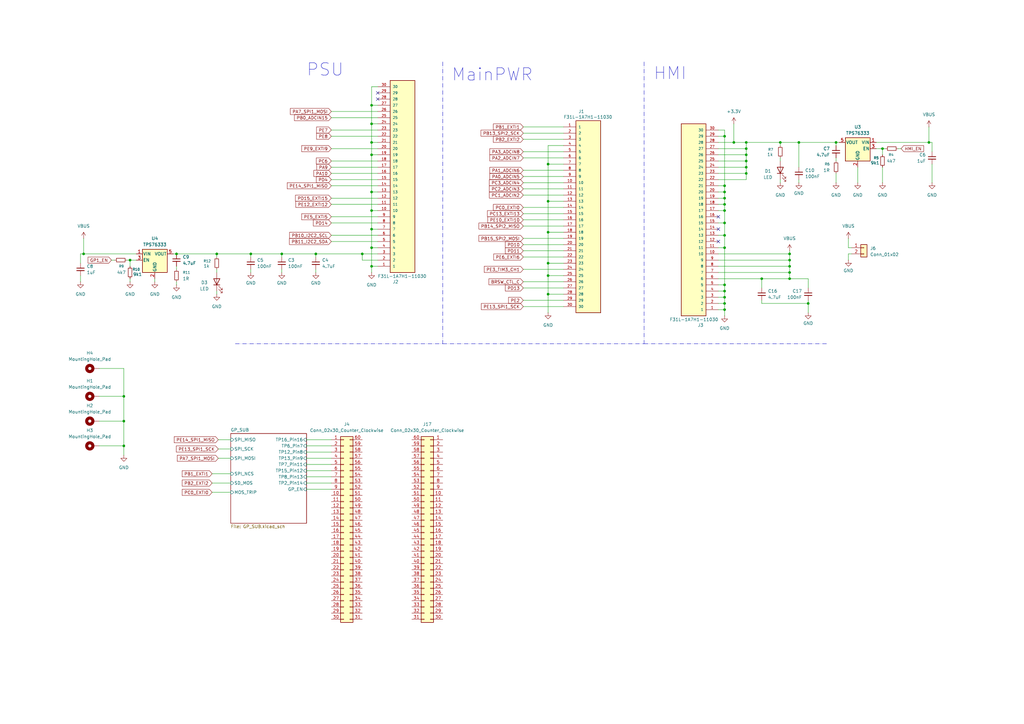
<source format=kicad_sch>
(kicad_sch (version 20250114) (generator "eeschema") (generator_version "9.0")
  (paper "A3")
  (lib_symbols
    (symbol "C_Small_1" (pin_numbers (hide yes)) (pin_names (offset 0.254) (hide yes))
      (property "Reference" "C" (at 0.254 1.778 0))
      (property "Value" "C_Small" (at 0.254 -2.032 0))
      (symbol "C_Small_1_1_1"
        (pin passive line (at 0 2.54 270) (length 2.032) (name "~") (number "1"))
        (pin passive line (at 0 -2.54 90) (length 2.032) (name "~") (number "2"))
      )
    )
    (symbol "Connector_Generic:Conn_01x02" (pin_names (offset 1.016) (hide yes))
      (property "Reference" "J" (at 0 2.54 0))
      (property "Value" "Conn_01x02" (at 0 -5.08 0))
      (symbol "Conn_01x02_1_1"
        (pin passive line (at -5.08 0 0) (length 3.81) (name "Pin_1") (number "1"))
        (pin passive line (at -5.08 -2.54 0) (length 3.81) (name "Pin_2") (number "2"))
      )
    )
    (symbol "Connector_Generic:Conn_02x30_Counter_Clockwise" (pin_names (offset 1.016) (hide yes))
      (property "Reference" "J" (at 1.27 38.1 0))
      (property "Value" "Conn_02x30_Counter_Clockwise" (at 1.27 -40.64 0))
      (symbol "Conn_02x30_Counter_Clockwise_1_1"
        (pin passive line (at -5.08 35.56 0) (length 3.81) (name "Pin_1") (number "1"))
        (pin passive line (at -5.08 33.02 0) (length 3.81) (name "Pin_2") (number "2"))
        (pin passive line (at -5.08 30.48 0) (length 3.81) (name "Pin_3") (number "3"))
        (pin passive line (at -5.08 27.94 0) (length 3.81) (name "Pin_4") (number "4"))
        (pin passive line (at -5.08 25.4 0) (length 3.81) (name "Pin_5") (number "5"))
        (pin passive line (at -5.08 22.86 0) (length 3.81) (name "Pin_6") (number "6"))
        (pin passive line (at -5.08 20.32 0) (length 3.81) (name "Pin_7") (number "7"))
        (pin passive line (at -5.08 17.78 0) (length 3.81) (name "Pin_8") (number "8"))
        (pin passive line (at -5.08 15.24 0) (length 3.81) (name "Pin_9") (number "9"))
        (pin passive line (at -5.08 12.7 0) (length 3.81) (name "Pin_10") (number "10"))
        (pin passive line (at -5.08 10.16 0) (length 3.81) (name "Pin_11") (number "11"))
        (pin passive line (at -5.08 7.62 0) (length 3.81) (name "Pin_12") (number "12"))
        (pin passive line (at -5.08 5.08 0) (length 3.81) (name "Pin_13") (number "13"))
        (pin passive line (at -5.08 2.54 0) (length 3.81) (name "Pin_14") (number "14"))
        (pin passive line (at -5.08 0 0) (length 3.81) (name "Pin_15") (number "15"))
        (pin passive line (at -5.08 -2.54 0) (length 3.81) (name "Pin_16") (number "16"))
        (pin passive line (at -5.08 -5.08 0) (length 3.81) (name "Pin_17") (number "17"))
        (pin passive line (at -5.08 -7.62 0) (length 3.81) (name "Pin_18") (number "18"))
        (pin passive line (at -5.08 -10.16 0) (length 3.81) (name "Pin_19") (number "19"))
        (pin passive line (at -5.08 -12.7 0) (length 3.81) (name "Pin_20") (number "20"))
        (pin passive line (at -5.08 -15.24 0) (length 3.81) (name "Pin_21") (number "21"))
        (pin passive line (at -5.08 -17.78 0) (length 3.81) (name "Pin_22") (number "22"))
        (pin passive line (at -5.08 -20.32 0) (length 3.81) (name "Pin_23") (number "23"))
        (pin passive line (at -5.08 -22.86 0) (length 3.81) (name "Pin_24") (number "24"))
        (pin passive line (at -5.08 -25.4 0) (length 3.81) (name "Pin_25") (number "25"))
        (pin passive line (at -5.08 -27.94 0) (length 3.81) (name "Pin_26") (number "26"))
        (pin passive line (at -5.08 -30.48 0) (length 3.81) (name "Pin_27") (number "27"))
        (pin passive line (at -5.08 -33.02 0) (length 3.81) (name "Pin_28") (number "28"))
        (pin passive line (at -5.08 -35.56 0) (length 3.81) (name "Pin_29") (number "29"))
        (pin passive line (at -5.08 -38.1 0) (length 3.81) (name "Pin_30") (number "30"))
        (pin passive line (at 7.62 35.56 180) (length 3.81) (name "Pin_60") (number "60"))
        (pin passive line (at 7.62 33.02 180) (length 3.81) (name "Pin_59") (number "59"))
        (pin passive line (at 7.62 30.48 180) (length 3.81) (name "Pin_58") (number "58"))
        (pin passive line (at 7.62 27.94 180) (length 3.81) (name "Pin_57") (number "57"))
        (pin passive line (at 7.62 25.4 180) (length 3.81) (name "Pin_56") (number "56"))
        (pin passive line (at 7.62 22.86 180) (length 3.81) (name "Pin_55") (number "55"))
        (pin passive line (at 7.62 20.32 180) (length 3.81) (name "Pin_54") (number "54"))
        (pin passive line (at 7.62 17.78 180) (length 3.81) (name "Pin_53") (number "53"))
        (pin passive line (at 7.62 15.24 180) (length 3.81) (name "Pin_52") (number "52"))
        (pin passive line (at 7.62 12.7 180) (length 3.81) (name "Pin_51") (number "51"))
        (pin passive line (at 7.62 10.16 180) (length 3.81) (name "Pin_50") (number "50"))
        (pin passive line (at 7.62 7.62 180) (length 3.81) (name "Pin_49") (number "49"))
        (pin passive line (at 7.62 5.08 180) (length 3.81) (name "Pin_48") (number "48"))
        (pin passive line (at 7.62 2.54 180) (length 3.81) (name "Pin_47") (number "47"))
        (pin passive line (at 7.62 0 180) (length 3.81) (name "Pin_46") (number "46"))
        (pin passive line (at 7.62 -2.54 180) (length 3.81) (name "Pin_45") (number "45"))
        (pin passive line (at 7.62 -5.08 180) (length 3.81) (name "Pin_44") (number "44"))
        (pin passive line (at 7.62 -7.62 180) (length 3.81) (name "Pin_43") (number "43"))
        (pin passive line (at 7.62 -10.16 180) (length 3.81) (name "Pin_42") (number "42"))
        (pin passive line (at 7.62 -12.7 180) (length 3.81) (name "Pin_41") (number "41"))
        (pin passive line (at 7.62 -15.24 180) (length 3.81) (name "Pin_40") (number "40"))
        (pin passive line (at 7.62 -17.78 180) (length 3.81) (name "Pin_39") (number "39"))
        (pin passive line (at 7.62 -20.32 180) (length 3.81) (name "Pin_38") (number "38"))
        (pin passive line (at 7.62 -22.86 180) (length 3.81) (name "Pin_37") (number "37"))
        (pin passive line (at 7.62 -25.4 180) (length 3.81) (name "Pin_36") (number "36"))
        (pin passive line (at 7.62 -27.94 180) (length 3.81) (name "Pin_35") (number "35"))
        (pin passive line (at 7.62 -30.48 180) (length 3.81) (name "Pin_34") (number "34"))
        (pin passive line (at 7.62 -33.02 180) (length 3.81) (name "Pin_33") (number "33"))
        (pin passive line (at 7.62 -35.56 180) (length 3.81) (name "Pin_32") (number "32"))
        (pin passive line (at 7.62 -38.1 180) (length 3.81) (name "Pin_31") (number "31"))
      )
    )
    (symbol "Device:C_Small" (pin_numbers (hide yes)) (pin_names (offset 0.254) (hide yes))
      (property "Reference" "C" (at 0.254 1.778 0))
      (property "Value" "C_Small" (at 0.254 -2.032 0))
      (symbol "C_Small_1_1"
        (pin passive line (at 0 2.54 270) (length 2.032) (name "~") (number "1"))
        (pin passive line (at 0 -2.54 90) (length 2.032) (name "~") (number "2"))
      )
    )
    (symbol "Device:LED" (pin_numbers (hide yes)) (pin_names (offset 1.016) (hide yes))
      (property "Reference" "D" (at 0 2.54 0))
      (property "Value" "LED" (at 0 -2.54 0))
      (symbol "LED_1_1"
        (pin passive line (at -3.81 0 0) (length 2.54) (name "K") (number "1"))
        (pin passive line (at 3.81 0 180) (length 2.54) (name "A") (number "2"))
      )
    )
    (symbol "Device:R_Small" (pin_numbers (hide yes)) (pin_names (offset 0.254) (hide yes))
      (property "Reference" "R" (at 0 0 90))
      (property "Value" "R_Small" (at 1.778 0 90))
      (symbol "R_Small_1_1"
        (pin passive line (at 0 2.54 270) (length 0.762) (name "~") (number "1"))
        (pin passive line (at 0 -2.54 90) (length 0.762) (name "~") (number "2"))
      )
    )
    (symbol "F31L-1A7H1-11030:F31L-1A7H1-11030" (pin_names (offset 1.016))
      (property "Reference" "J" (at -5.08 38.862 0))
      (property "Value" "F31L-1A7H1-11030" (at -5.08 -43.18 0))
      (symbol "F31L-1A7H1-11030_0_0"
        (pin passive line (at -10.16 35.56 0) (length 5.08) (name "1") (number "1"))
        (pin passive line (at -10.16 33.02 0) (length 5.08) (name "2") (number "2"))
        (pin passive line (at -10.16 30.48 0) (length 5.08) (name "3") (number "3"))
        (pin passive line (at -10.16 27.94 0) (length 5.08) (name "4") (number "4"))
        (pin passive line (at -10.16 25.4 0) (length 5.08) (name "5") (number "5"))
        (pin passive line (at -10.16 22.86 0) (length 5.08) (name "6") (number "6"))
        (pin passive line (at -10.16 20.32 0) (length 5.08) (name "7") (number "7"))
        (pin passive line (at -10.16 17.78 0) (length 5.08) (name "8") (number "8"))
        (pin passive line (at -10.16 15.24 0) (length 5.08) (name "9") (number "9"))
        (pin passive line (at -10.16 12.7 0) (length 5.08) (name "10") (number "10"))
        (pin passive line (at -10.16 10.16 0) (length 5.08) (name "11") (number "11"))
        (pin passive line (at -10.16 7.62 0) (length 5.08) (name "12") (number "12"))
        (pin passive line (at -10.16 5.08 0) (length 5.08) (name "13") (number "13"))
        (pin passive line (at -10.16 2.54 0) (length 5.08) (name "14") (number "14"))
        (pin passive line (at -10.16 0 0) (length 5.08) (name "15") (number "15"))
        (pin passive line (at -10.16 -2.54 0) (length 5.08) (name "16") (number "16"))
        (pin passive line (at -10.16 -5.08 0) (length 5.08) (name "17") (number "17"))
        (pin passive line (at -10.16 -7.62 0) (length 5.08) (name "18") (number "18"))
        (pin passive line (at -10.16 -10.16 0) (length 5.08) (name "19") (number "19"))
        (pin passive line (at -10.16 -12.7 0) (length 5.08) (name "20") (number "20"))
        (pin passive line (at -10.16 -15.24 0) (length 5.08) (name "21") (number "21"))
        (pin passive line (at -10.16 -17.78 0) (length 5.08) (name "22") (number "22"))
        (pin passive line (at -10.16 -20.32 0) (length 5.08) (name "23") (number "23"))
        (pin passive line (at -10.16 -22.86 0) (length 5.08) (name "24") (number "24"))
        (pin passive line (at -10.16 -25.4 0) (length 5.08) (name "25") (number "25"))
        (pin passive line (at -10.16 -27.94 0) (length 5.08) (name "26") (number "26"))
        (pin passive line (at -10.16 -30.48 0) (length 5.08) (name "27") (number "27"))
        (pin passive line (at -10.16 -33.02 0) (length 5.08) (name "28") (number "28"))
        (pin passive line (at -10.16 -35.56 0) (length 5.08) (name "29") (number "29"))
        (pin passive line (at -10.16 -38.1 0) (length 5.08) (name "30") (number "30"))
      )
    )
    (symbol "Mechanical:MountingHole_Pad" (pin_numbers (hide yes)) (pin_names (offset 1.016) (hide yes)) (in_bom no)
      (property "Reference" "H" (at 0 6.35 0))
      (property "Value" "MountingHole_Pad" (at 0 4.445 0))
      (symbol "MountingHole_Pad_1_1"
        (pin input line (at 0 -2.54 90) (length 2.54) (name "1") (number "1"))
      )
    )
    (symbol "Regulator_Linear:TPS76333" (pin_names (offset 0.254))
      (property "Reference" "U" (at -3.81 5.715 0))
      (property "Value" "TPS76333" (at 0 5.715 0))
      (symbol "TPS76333_1_1"
        (pin power_in line (at -7.62 2.54 0) (length 2.54) (name "VIN") (number "1"))
        (pin input line (at -7.62 0 0) (length 2.54) (name "EN") (number "3"))
        (pin power_in line (at 0 -7.62 90) (length 2.54) (name "GND") (number "2"))
        (pin no_connect line (at 5.08 0 180) (length 2.54) (hide yes) (name "NC") (number "4"))
        (pin power_out line (at 7.62 2.54 180) (length 2.54) (name "VOUT") (number "5"))
      )
    )
    (symbol "power:+3.3V" (power) (pin_numbers (hide yes)) (pin_names (offset 0) (hide yes))
      (property "Value" "+3.3V" (at 0 3.556 0))
      (symbol "+3.3V_1_1"
        (pin power_in line (at 0 0 90) (length 0) (name "~") (number "1"))
      )
    )
    (symbol "power:GND" (power) (pin_numbers (hide yes)) (pin_names (offset 0) (hide yes))
      (property "Value" "GND" (at 0 -3.81 0))
      (symbol "GND_1_1"
        (pin power_in line (at 0 0 270) (length 0) (name "~") (number "1"))
      )
    )
    (symbol "power:VBUS" (power) (pin_numbers (hide yes)) (pin_names (offset 0) (hide yes))
      (property "Value" "VBUS" (at 0 3.556 0))
      (symbol "VBUS_1_1"
        (pin power_in line (at 0 0 90) (length 0) (name "~") (number "1"))
      )
    )
  )
  (text "MainPWR" (at 201.93 30.734 0) (effects (font (size 5.08 5.08))))
  (text "HMI" (at 274.828 30.226 0) (effects (font (size 5.08 5.08))))
  (text "PSU" (at 133.35 28.702 0) (effects (font (size 5.08 5.08))))
  (junction (at 102.87 104.14))
  (junction (at 306.07 60.96))
  (junction (at 34.29 104.14))
  (junction (at 50.8 172.72))
  (junction (at 297.18 76.2))
  (junction (at 331.47 124.46))
  (junction (at 320.04 58.42))
  (junction (at 152.4 43.18))
  (junction (at 224.79 120.65))
  (junction (at 88.9 104.14))
  (junction (at 224.79 107.95))
  (junction (at 224.79 82.55))
  (junction (at 297.18 91.44))
  (junction (at 224.79 95.25))
  (junction (at 297.18 116.84))
  (junction (at 129.54 104.14))
  (junction (at 306.07 68.58))
  (junction (at 297.18 55.88))
  (junction (at 381 58.42))
  (junction (at 152.4 93.98))
  (junction (at 50.8 162.56))
  (junction (at 224.79 67.31))
  (junction (at 297.18 86.36))
  (junction (at 297.18 81.28))
  (junction (at 327.66 58.42))
  (junction (at 306.07 66.04))
  (junction (at 53.34 106.68))
  (junction (at 224.79 113.03))
  (junction (at 297.18 119.38))
  (junction (at 306.07 63.5))
  (junction (at 297.18 121.92))
  (junction (at 323.85 114.3))
  (junction (at 152.4 109.22))
  (junction (at 148.59 104.14))
  (junction (at 152.4 86.36))
  (junction (at 152.4 58.42))
  (junction (at 361.95 60.96))
  (junction (at 152.4 50.8))
  (junction (at 297.18 96.52))
  (junction (at 115.57 104.14))
  (junction (at 152.4 101.6))
  (junction (at 323.85 104.14))
  (junction (at 72.39 104.14))
  (junction (at 306.07 71.12))
  (junction (at 152.4 78.74))
  (junction (at 323.85 106.68))
  (junction (at 342.9 58.42))
  (junction (at 297.18 78.74))
  (junction (at 323.85 111.76))
  (junction (at 300.99 58.42))
  (junction (at 297.18 124.46))
  (junction (at 306.07 58.42))
  (junction (at 297.18 101.6))
  (junction (at 152.4 63.5))
  (junction (at 50.8 182.88))
  (junction (at 297.18 127))
  (junction (at 312.42 114.3))
  (junction (at 297.18 83.82))
  (junction (at 323.85 109.22))
  (no_connect (at 154.94 40.64))
  (no_connect (at 294.64 99.06))
  (no_connect (at 294.64 88.9))
  (no_connect (at 154.94 38.1))
  (no_connect (at 294.64 93.98))
  (polyline (pts (xy 264.16 25.4) (xy 264.16 140.97)) (stroke (width 0) (type dash_dot)))
  (wire (pts (xy 214.63 125.73) (xy 231.14 125.73)))
  (wire (pts (xy 351.79 68.58) (xy 351.79 74.93)))
  (wire (pts (xy 214.63 74.93) (xy 231.14 74.93)))
  (wire (pts (xy 152.4 50.8) (xy 152.4 58.42)))
  (wire (pts (xy 53.34 106.68) (xy 55.88 106.68)))
  (wire (pts (xy 152.4 111.76) (xy 152.4 109.22)))
  (wire (pts (xy 154.94 43.18) (xy 152.4 43.18)))
  (wire (pts (xy 320.04 58.42) (xy 320.04 59.69)))
  (wire (pts (xy 294.64 86.36) (xy 297.18 86.36)))
  (wire (pts (xy 349.25 101.6) (xy 347.98 101.6)))
  (wire (pts (xy 152.4 101.6) (xy 152.4 109.22)))
  (wire (pts (xy 224.79 95.25) (xy 224.79 107.95)))
  (wire (pts (xy 72.39 104.14) (xy 71.12 104.14)))
  (wire (pts (xy 50.8 182.88) (xy 50.8 186.69)))
  (wire (pts (xy 50.8 151.13) (xy 50.8 162.56)))
  (wire (pts (xy 50.8 172.72) (xy 50.8 182.88)))
  (wire (pts (xy 294.64 121.92) (xy 297.18 121.92)))
  (wire (pts (xy 327.66 68.58) (xy 327.66 58.42)))
  (wire (pts (xy 152.4 63.5) (xy 152.4 78.74)))
  (wire (pts (xy 125.73 198.12) (xy 135.89 198.12)))
  (wire (pts (xy 135.89 60.96) (xy 154.94 60.96)))
  (wire (pts (xy 89.535 180.34) (xy 94.615 180.34)))
  (wire (pts (xy 306.07 60.96) (xy 294.64 60.96)))
  (wire (pts (xy 86.995 198.12) (xy 94.615 198.12)))
  (wire (pts (xy 72.39 109.22) (xy 72.39 110.49)))
  (wire (pts (xy 40.64 162.56) (xy 50.8 162.56)))
  (wire (pts (xy 135.89 96.52) (xy 154.94 96.52)))
  (wire (pts (xy 331.47 124.46) (xy 331.47 128.27)))
  (wire (pts (xy 294.64 53.34) (xy 297.18 53.34)))
  (wire (pts (xy 214.63 110.49) (xy 231.14 110.49)))
  (wire (pts (xy 34.29 97.79) (xy 34.29 104.14)))
  (wire (pts (xy 214.63 54.61) (xy 231.14 54.61)))
  (wire (pts (xy 297.18 116.84) (xy 297.18 119.38)))
  (polyline (pts (xy 181.61 140.97) (xy 264.16 140.97)) (stroke (width 0) (type dash_dot)))
  (wire (pts (xy 306.07 60.96) (xy 306.07 63.5)))
  (wire (pts (xy 40.64 182.88) (xy 50.8 182.88)))
  (wire (pts (xy 86.995 201.93) (xy 94.615 201.93)))
  (wire (pts (xy 294.64 119.38) (xy 297.18 119.38)))
  (wire (pts (xy 331.47 123.19) (xy 331.47 124.46)))
  (wire (pts (xy 323.85 109.22) (xy 323.85 111.76)))
  (wire (pts (xy 294.64 83.82) (xy 297.18 83.82)))
  (wire (pts (xy 135.89 68.58) (xy 154.94 68.58)))
  (wire (pts (xy 50.8 162.56) (xy 50.8 172.72)))
  (wire (pts (xy 102.87 110.49) (xy 102.87 111.76)))
  (wire (pts (xy 63.5 114.3) (xy 63.5 115.57)))
  (wire (pts (xy 152.4 58.42) (xy 152.4 63.5)))
  (wire (pts (xy 125.73 190.5) (xy 135.89 190.5)))
  (wire (pts (xy 214.63 80.01) (xy 231.14 80.01)))
  (wire (pts (xy 135.89 73.66) (xy 154.94 73.66)))
  (wire (pts (xy 125.73 193.04) (xy 135.89 193.04)))
  (polyline (pts (xy 181.61 25.4) (xy 181.61 140.97)) (stroke (width 0) (type dash_dot)))
  (wire (pts (xy 72.39 115.57) (xy 72.39 116.84)))
  (wire (pts (xy 323.85 114.3) (xy 331.47 114.3)))
  (polyline (pts (xy 96.52 140.97) (xy 181.61 140.97)) (stroke (width 0) (type dash_dot)))
  (wire (pts (xy 342.9 71.12) (xy 342.9 74.93)))
  (wire (pts (xy 231.14 113.03) (xy 224.79 113.03)))
  (wire (pts (xy 323.85 102.87) (xy 323.85 104.14)))
  (wire (pts (xy 125.73 185.42) (xy 135.89 185.42)))
  (wire (pts (xy 231.14 95.25) (xy 224.79 95.25)))
  (wire (pts (xy 125.73 200.66) (xy 135.89 200.66)))
  (wire (pts (xy 231.14 67.31) (xy 224.79 67.31)))
  (wire (pts (xy 294.64 114.3) (xy 312.42 114.3)))
  (wire (pts (xy 115.57 104.14) (xy 129.54 104.14)))
  (wire (pts (xy 294.64 127) (xy 297.18 127)))
  (wire (pts (xy 306.07 58.42) (xy 320.04 58.42)))
  (wire (pts (xy 294.64 101.6) (xy 297.18 101.6)))
  (wire (pts (xy 135.89 99.06) (xy 154.94 99.06)))
  (wire (pts (xy 52.07 106.68) (xy 53.34 106.68)))
  (wire (pts (xy 53.34 106.68) (xy 53.34 109.22)))
  (wire (pts (xy 312.42 114.3) (xy 312.42 118.11)))
  (wire (pts (xy 381 58.42) (xy 359.41 58.42)))
  (wire (pts (xy 224.79 120.65) (xy 231.14 120.65)))
  (wire (pts (xy 88.9 120.65) (xy 88.9 119.38)))
  (wire (pts (xy 152.4 93.98) (xy 152.4 101.6)))
  (wire (pts (xy 224.79 107.95) (xy 224.79 113.03)))
  (wire (pts (xy 294.64 111.76) (xy 323.85 111.76)))
  (wire (pts (xy 154.94 35.56) (xy 152.4 35.56)))
  (wire (pts (xy 154.94 86.36) (xy 152.4 86.36)))
  (wire (pts (xy 154.94 104.14) (xy 148.59 104.14)))
  (wire (pts (xy 125.73 195.58) (xy 135.89 195.58)))
  (wire (pts (xy 129.54 104.14) (xy 148.59 104.14)))
  (wire (pts (xy 297.18 121.92) (xy 297.18 124.46)))
  (wire (pts (xy 214.63 118.11) (xy 231.14 118.11)))
  (wire (pts (xy 297.18 127) (xy 297.18 129.54)))
  (wire (pts (xy 88.9 111.76) (xy 88.9 110.49)))
  (wire (pts (xy 125.73 182.88) (xy 135.89 182.88)))
  (wire (pts (xy 294.64 55.88) (xy 297.18 55.88)))
  (wire (pts (xy 135.89 66.04) (xy 154.94 66.04)))
  (wire (pts (xy 294.64 76.2) (xy 297.18 76.2)))
  (wire (pts (xy 115.57 104.14) (xy 115.57 105.41)))
  (wire (pts (xy 297.18 119.38) (xy 297.18 121.92)))
  (wire (pts (xy 297.18 76.2) (xy 297.18 78.74)))
  (wire (pts (xy 294.64 106.68) (xy 323.85 106.68)))
  (wire (pts (xy 214.63 85.09) (xy 231.14 85.09)))
  (wire (pts (xy 86.995 194.31) (xy 94.615 194.31)))
  (wire (pts (xy 300.99 58.42) (xy 306.07 58.42)))
  (wire (pts (xy 320.04 74.93) (xy 320.04 73.66)))
  (wire (pts (xy 214.63 100.33) (xy 231.14 100.33)))
  (wire (pts (xy 297.18 81.28) (xy 297.18 83.82)))
  (wire (pts (xy 312.42 124.46) (xy 331.47 124.46)))
  (wire (pts (xy 154.94 50.8) (xy 152.4 50.8)))
  (wire (pts (xy 297.18 96.52) (xy 297.18 101.6)))
  (wire (pts (xy 306.07 71.12) (xy 306.07 73.66)))
  (wire (pts (xy 231.14 82.55) (xy 224.79 82.55)))
  (wire (pts (xy 231.14 107.95) (xy 224.79 107.95)))
  (wire (pts (xy 294.64 71.12) (xy 306.07 71.12)))
  (wire (pts (xy 320.04 58.42) (xy 327.66 58.42)))
  (wire (pts (xy 306.07 66.04) (xy 306.07 68.58)))
  (wire (pts (xy 361.95 60.96) (xy 361.95 63.5)))
  (wire (pts (xy 214.63 92.71) (xy 231.14 92.71)))
  (wire (pts (xy 347.98 101.6) (xy 347.98 97.79)))
  (wire (pts (xy 154.94 93.98) (xy 152.4 93.98)))
  (wire (pts (xy 294.64 104.14) (xy 323.85 104.14)))
  (wire (pts (xy 297.18 83.82) (xy 297.18 86.36)))
  (wire (pts (xy 214.63 77.47) (xy 231.14 77.47)))
  (wire (pts (xy 224.79 120.65) (xy 224.79 128.27)))
  (wire (pts (xy 297.18 53.34) (xy 297.18 55.88)))
  (wire (pts (xy 33.02 107.95) (xy 33.02 104.14)))
  (wire (pts (xy 214.63 87.63) (xy 231.14 87.63)))
  (wire (pts (xy 40.64 151.13) (xy 50.8 151.13)))
  (wire (pts (xy 154.94 63.5) (xy 152.4 63.5)))
  (wire (pts (xy 152.4 86.36) (xy 152.4 93.98)))
  (wire (pts (xy 214.63 115.57) (xy 231.14 115.57)))
  (wire (pts (xy 135.89 76.2) (xy 154.94 76.2)))
  (wire (pts (xy 342.9 59.69) (xy 342.9 58.42)))
  (wire (pts (xy 327.66 58.42) (xy 342.9 58.42)))
  (wire (pts (xy 347.98 106.68) (xy 347.98 104.14)))
  (wire (pts (xy 312.42 114.3) (xy 323.85 114.3)))
  (wire (pts (xy 88.9 104.14) (xy 102.87 104.14)))
  (wire (pts (xy 369.57 60.96) (xy 368.3 60.96)))
  (wire (pts (xy 135.89 71.12) (xy 154.94 71.12)))
  (wire (pts (xy 323.85 104.14) (xy 323.85 106.68)))
  (wire (pts (xy 363.22 60.96) (xy 361.95 60.96)))
  (wire (pts (xy 214.63 90.17) (xy 231.14 90.17)))
  (wire (pts (xy 294.64 81.28) (xy 297.18 81.28)))
  (wire (pts (xy 297.18 101.6) (xy 297.18 116.84)))
  (wire (pts (xy 125.73 180.34) (xy 135.89 180.34)))
  (wire (pts (xy 129.54 110.49) (xy 129.54 111.76)))
  (wire (pts (xy 135.89 55.88) (xy 154.94 55.88)))
  (wire (pts (xy 306.07 68.58) (xy 306.07 71.12)))
  (wire (pts (xy 40.64 172.72) (xy 50.8 172.72)))
  (wire (pts (xy 135.89 91.44) (xy 154.94 91.44)))
  (wire (pts (xy 45.72 106.68) (xy 46.99 106.68)))
  (wire (pts (xy 214.63 105.41) (xy 231.14 105.41)))
  (wire (pts (xy 214.63 97.79) (xy 231.14 97.79)))
  (wire (pts (xy 214.63 64.77) (xy 231.14 64.77)))
  (wire (pts (xy 294.64 96.52) (xy 297.18 96.52)))
  (wire (pts (xy 320.04 66.04) (xy 320.04 64.77)))
  (wire (pts (xy 224.79 59.69) (xy 224.79 67.31)))
  (wire (pts (xy 224.79 82.55) (xy 224.79 95.25)))
  (wire (pts (xy 297.18 78.74) (xy 297.18 81.28)))
  (wire (pts (xy 89.535 187.96) (xy 94.615 187.96)))
  (wire (pts (xy 323.85 106.68) (xy 323.85 109.22)))
  (wire (pts (xy 154.94 78.74) (xy 152.4 78.74)))
  (wire (pts (xy 152.4 109.22) (xy 154.94 109.22)))
  (wire (pts (xy 294.64 109.22) (xy 323.85 109.22)))
  (wire (pts (xy 214.63 57.15) (xy 231.14 57.15)))
  (wire (pts (xy 294.64 124.46) (xy 297.18 124.46)))
  (wire (pts (xy 34.29 104.14) (xy 55.88 104.14)))
  (wire (pts (xy 331.47 118.11) (xy 331.47 114.3)))
  (polyline (pts (xy 264.16 140.97) (xy 339.09 140.97)) (stroke (width 0) (type dash_dot)))
  (wire (pts (xy 135.89 88.9) (xy 154.94 88.9)))
  (wire (pts (xy 125.73 187.96) (xy 135.89 187.96)))
  (wire (pts (xy 323.85 111.76) (xy 323.85 114.3)))
  (wire (pts (xy 214.63 102.87) (xy 231.14 102.87)))
  (wire (pts (xy 294.64 68.58) (xy 306.07 68.58)))
  (wire (pts (xy 102.87 104.14) (xy 115.57 104.14)))
  (wire (pts (xy 89.535 184.15) (xy 94.615 184.15)))
  (wire (pts (xy 361.95 60.96) (xy 359.41 60.96)))
  (wire (pts (xy 361.95 68.58) (xy 361.95 74.93)))
  (wire (pts (xy 297.18 55.88) (xy 297.18 76.2)))
  (wire (pts (xy 382.27 62.23) (xy 382.27 58.42)))
  (wire (pts (xy 294.64 116.84) (xy 297.18 116.84)))
  (wire (pts (xy 135.89 81.28) (xy 154.94 81.28)))
  (wire (pts (xy 135.89 83.82) (xy 154.94 83.82)))
  (wire (pts (xy 214.63 72.39) (xy 231.14 72.39)))
  (wire (pts (xy 347.98 104.14) (xy 349.25 104.14)))
  (wire (pts (xy 152.4 101.6) (xy 154.94 101.6)))
  (wire (pts (xy 102.87 105.41) (xy 102.87 104.14)))
  (wire (pts (xy 382.27 58.42) (xy 381 58.42)))
  (wire (pts (xy 300.99 50.8) (xy 300.99 58.42)))
  (wire (pts (xy 312.42 123.19) (xy 312.42 124.46)))
  (wire (pts (xy 224.79 67.31) (xy 224.79 82.55)))
  (wire (pts (xy 148.59 106.68) (xy 148.59 104.14)))
  (wire (pts (xy 294.64 66.04) (xy 306.07 66.04)))
  (wire (pts (xy 342.9 64.77) (xy 342.9 66.04)))
  (wire (pts (xy 294.64 91.44) (xy 297.18 91.44)))
  (wire (pts (xy 327.66 73.66) (xy 327.66 74.93)))
  (wire (pts (xy 72.39 104.14) (xy 88.9 104.14)))
  (wire (pts (xy 214.63 69.85) (xy 231.14 69.85)))
  (wire (pts (xy 33.02 113.03) (xy 33.02 115.57)))
  (wire (pts (xy 152.4 78.74) (xy 152.4 86.36)))
  (wire (pts (xy 342.9 58.42) (xy 344.17 58.42)))
  (wire (pts (xy 154.94 106.68) (xy 148.59 106.68)))
  (wire (pts (xy 115.57 110.49) (xy 115.57 111.76)))
  (wire (pts (xy 231.14 59.69) (xy 224.79 59.69)))
  (wire (pts (xy 294.64 73.66) (xy 306.07 73.66)))
  (wire (pts (xy 297.18 124.46) (xy 297.18 127)))
  (wire (pts (xy 214.63 52.07) (xy 231.14 52.07)))
  (wire (pts (xy 33.02 104.14) (xy 34.29 104.14)))
  (wire (pts (xy 152.4 43.18) (xy 152.4 50.8)))
  (wire (pts (xy 297.18 91.44) (xy 297.18 96.52)))
  (wire (pts (xy 297.18 86.36) (xy 297.18 91.44)))
  (wire (pts (xy 306.07 58.42) (xy 306.07 60.96)))
  (wire (pts (xy 152.4 35.56) (xy 152.4 43.18)))
  (wire (pts (xy 88.9 104.14) (xy 88.9 105.41)))
  (wire (pts (xy 53.34 114.3) (xy 53.34 115.57)))
  (wire (pts (xy 381 52.07) (xy 381 58.42)))
  (wire (pts (xy 306.07 63.5) (xy 306.07 66.04)))
  (wire (pts (xy 129.54 105.41) (xy 129.54 104.14)))
  (wire (pts (xy 135.89 45.72) (xy 154.94 45.72)))
  (wire (pts (xy 294.64 63.5) (xy 306.07 63.5)))
  (wire (pts (xy 294.64 58.42) (xy 300.99 58.42)))
  (wire (pts (xy 135.89 53.34) (xy 154.94 53.34)))
  (wire (pts (xy 214.63 62.23) (xy 231.14 62.23)))
  (wire (pts (xy 214.63 123.19) (xy 231.14 123.19)))
  (wire (pts (xy 135.89 48.26) (xy 154.94 48.26)))
  (wire (pts (xy 154.94 58.42) (xy 152.4 58.42)))
  (wire (pts (xy 294.64 78.74) (xy 297.18 78.74)))
  (wire (pts (xy 224.79 113.03) (xy 224.79 120.65)))
  (wire (pts (xy 382.27 67.31) (xy 382.27 74.93)))
  (global_label "PE12_EXTI12" (shape input) (at 135.89 83.82 180) (property "Intersheetrefs" "${INTERSHEET_REFS}" (effects (hide yes))))
  (global_label "PA1_ADCIN6" (shape input) (at 214.63 69.85 180) (property "Intersheetrefs" "${INTERSHEET_REFS}" (effects (hide yes))))
  (global_label "PC0_EXTI0" (shape input) (at 214.63 85.09 180) (property "Intersheetrefs" "${INTERSHEET_REFS}" (effects (hide yes))))
  (global_label "PE3_TIM3_CH1" (shape input) (at 214.63 110.49 180) (property "Intersheetrefs" "${INTERSHEET_REFS}" (effects (hide yes))))
  (global_label "PC0_EXTI0" (shape input) (at 86.995 201.93 180) (property "Intersheetrefs" "${INTERSHEET_REFS}" (effects (hide yes))))
  (global_label "PB11_I2C2_SDA" (shape input) (at 135.89 99.06 180) (property "Intersheetrefs" "${INTERSHEET_REFS}" (effects (hide yes))))
  (global_label "PA7_SPI1_MOSI" (shape input) (at 135.89 45.72 180) (property "Intersheetrefs" "${INTERSHEET_REFS}" (effects (hide yes))))
  (global_label "PE14_SPI1_MISO" (shape input) (at 89.535 180.34 180) (property "Intersheetrefs" "${INTERSHEET_REFS}" (effects (hide yes))))
  (global_label "PB13_SPI2_SCK" (shape input) (at 214.63 54.61 180) (property "Intersheetrefs" "${INTERSHEET_REFS}" (effects (hide yes))))
  (global_label "PD4" (shape input) (at 135.89 73.66 180) (property "Intersheetrefs" "${INTERSHEET_REFS}" (effects (hide yes))))
  (global_label "PC2_ADCIN3" (shape input) (at 214.63 77.47 180) (property "Intersheetrefs" "${INTERSHEET_REFS}" (effects (hide yes))))
  (global_label "PA2_ADCIN7" (shape input) (at 214.63 64.77 180) (property "Intersheetrefs" "${INTERSHEET_REFS}" (effects (hide yes))))
  (global_label "PD13" (shape input) (at 214.63 118.11 180) (property "Intersheetrefs" "${INTERSHEET_REFS}" (effects (hide yes))))
  (global_label "PB0_ADCIN15" (shape input) (at 135.89 48.26 180) (property "Intersheetrefs" "${INTERSHEET_REFS}" (effects (hide yes))))
  (global_label "PE7" (shape input) (at 135.89 53.34 180) (property "Intersheetrefs" "${INTERSHEET_REFS}" (effects (hide yes))))
  (global_label "HMI_EN" (shape input) (at 369.57 60.96 0) (property "Intersheetrefs" "${INTERSHEET_REFS}" (effects (hide yes))))
  (global_label "BRSW_CTL_C" (shape input) (at 214.63 115.57 180) (property "Intersheetrefs" "${INTERSHEET_REFS}" (effects (hide yes))))
  (global_label "PC1_ADCIN2" (shape input) (at 214.63 80.01 180) (property "Intersheetrefs" "${INTERSHEET_REFS}" (effects (hide yes))))
  (global_label "PA9" (shape input) (at 135.89 68.58 180) (property "Intersheetrefs" "${INTERSHEET_REFS}" (effects (hide yes))))
  (global_label "PC13_EXTI13" (shape input) (at 214.63 87.63 180) (property "Intersheetrefs" "${INTERSHEET_REFS}" (effects (hide yes))))
  (global_label "PB1_EXTI1" (shape input) (at 214.63 52.07 180) (property "Intersheetrefs" "${INTERSHEET_REFS}" (effects (hide yes))))
  (global_label "PB15_SPI2_MOSI" (shape input) (at 214.63 97.79 180) (property "Intersheetrefs" "${INTERSHEET_REFS}" (effects (hide yes))))
  (global_label "PE5_EXTI5" (shape input) (at 135.89 88.9 180) (property "Intersheetrefs" "${INTERSHEET_REFS}" (effects (hide yes))))
  (global_label "PE14_SPI1_MISO" (shape input) (at 135.89 76.2 180) (property "Intersheetrefs" "${INTERSHEET_REFS}" (effects (hide yes))))
  (global_label "GP1_EN" (shape input) (at 45.72 106.68 180) (property "Intersheetrefs" "${INTERSHEET_REFS}" (effects (hide yes))))
  (global_label "PB2_EXTI2" (shape input) (at 86.995 198.12 180) (property "Intersheetrefs" "${INTERSHEET_REFS}" (effects (hide yes))))
  (global_label "PD10" (shape input) (at 214.63 100.33 180) (property "Intersheetrefs" "${INTERSHEET_REFS}" (effects (hide yes))))
  (global_label "PB1_EXTI1" (shape input) (at 86.995 194.31 180) (property "Intersheetrefs" "${INTERSHEET_REFS}" (effects (hide yes))))
  (global_label "PC3_ADCIN4" (shape input) (at 214.63 74.93 180) (property "Intersheetrefs" "${INTERSHEET_REFS}" (effects (hide yes))))
  (global_label "PE13_SPI1_SCK" (shape input) (at 214.63 125.73 180) (property "Intersheetrefs" "${INTERSHEET_REFS}" (effects (hide yes))))
  (global_label "PA7_SPI1_MOSI" (shape input) (at 89.535 187.96 180) (property "Intersheetrefs" "${INTERSHEET_REFS}" (effects (hide yes))))
  (global_label "PD11" (shape input) (at 214.63 102.87 180) (property "Intersheetrefs" "${INTERSHEET_REFS}" (effects (hide yes))))
  (global_label "PA3_ADCIN8" (shape input) (at 214.63 62.23 180) (property "Intersheetrefs" "${INTERSHEET_REFS}" (effects (hide yes))))
  (global_label "PC6" (shape input) (at 135.89 66.04 180) (property "Intersheetrefs" "${INTERSHEET_REFS}" (effects (hide yes))))
  (global_label "PD15_EXTI15" (shape input) (at 135.89 81.28 180) (property "Intersheetrefs" "${INTERSHEET_REFS}" (effects (hide yes))))
  (global_label "PB2_EXTI2" (shape input) (at 214.63 57.15 180) (property "Intersheetrefs" "${INTERSHEET_REFS}" (effects (hide yes))))
  (global_label "PA0_ADCIN5" (shape input) (at 214.63 72.39 180) (property "Intersheetrefs" "${INTERSHEET_REFS}" (effects (hide yes))))
  (global_label "PE13_SPI1_SCK" (shape input) (at 89.535 184.15 180) (property "Intersheetrefs" "${INTERSHEET_REFS}" (effects (hide yes))))
  (global_label "PE2" (shape input) (at 214.63 123.19 180) (property "Intersheetrefs" "${INTERSHEET_REFS}" (effects (hide yes))))
  (global_label "PE9_EXTI9" (shape input) (at 135.89 60.96 180) (property "Intersheetrefs" "${INTERSHEET_REFS}" (effects (hide yes))))
  (global_label "PE8" (shape input) (at 135.89 55.88 180) (property "Intersheetrefs" "${INTERSHEET_REFS}" (effects (hide yes))))
  (global_label "PA10" (shape input) (at 135.89 71.12 180) (property "Intersheetrefs" "${INTERSHEET_REFS}" (effects (hide yes))))
  (global_label "PB14_SPI2_MISO" (shape input) (at 214.63 92.71 180) (property "Intersheetrefs" "${INTERSHEET_REFS}" (effects (hide yes))))
  (global_label "PB10_I2C2_SCL" (shape input) (at 135.89 96.52 180) (property "Intersheetrefs" "${INTERSHEET_REFS}" (effects (hide yes))))
  (global_label "PE10_EXTI10" (shape input) (at 214.63 90.17 180) (property "Intersheetrefs" "${INTERSHEET_REFS}" (effects (hide yes))))
  (global_label "PD14" (shape input) (at 135.89 91.44 180) (property "Intersheetrefs" "${INTERSHEET_REFS}" (effects (hide yes))))
  (global_label "PE6_EXTI6" (shape input) (at 214.63 105.41 180) (property "Intersheetrefs" "${INTERSHEET_REFS}" (effects (hide yes))))
  (symbol (lib_id "power:GND") (at 331.47 128.27 0) (mirror y) (unit 1)
    (property "Reference" "#PWR034" (effects (hide yes)))
    (property "Value" "GND" (at 331.47 132.588 0))
    (property "Description" "Power symbol creates a global label with name \"GND\" , ground" (effects (hide yes)))
  )
  (symbol (lib_id "power:GND") (at 327.66 74.93 0) (unit 1)
    (property "Reference" "#PWR07" (effects (hide yes)))
    (property "Value" "GND" (at 327.66 79.248 0))
    (property "Description" "Power symbol creates a global label with name \"GND\" , ground" (effects (hide yes)))
  )
  (symbol (lib_id "power:GND") (at 115.57 111.76 0) (unit 1)
    (property "Reference" "#PWR08" (effects (hide yes)))
    (property "Value" "GND" (at 115.57 116.078 0))
    (property "Description" "Power symbol creates a global label with name \"GND\" , ground" (effects (hide yes)))
  )
  (symbol (lib_id "Mechanical:MountingHole_Pad") (at 38.1 182.88 90) (unit 1) (in_bom no)
    (property "Reference" "H3" (at 36.83 176.53 90))
    (property "Value" "MountingHole_Pad" (at 36.83 179.07 90))
    (property "Footprint" "MountingHole:MountingHole_2.2mm_M2_DIN965_Pad" (effects (hide yes)))
    (property "Description" "Mounting Hole with connection" (effects (hide yes)))
  )
  (symbol (lib_id "power:GND") (at 72.39 116.84 0) (unit 1)
    (property "Reference" "#PWR023" (effects (hide yes)))
    (property "Value" "GND" (at 72.39 121.92 0))
    (property "Description" "Power symbol creates a global label with name \"GND\" , ground" (effects (hide yes)))
  )
  (symbol (lib_id "Device:C_Small") (at 342.9 62.23 0) (mirror y) (unit 1)
    (property "Reference" "C7" (at 340.36 60.9662 0) (effects (justify left)))
    (property "Value" "4.7uF" (at 340.36 63.5062 0) (effects (justify left)))
    (property "Footprint" "Capacitor_SMD:C_0603_1608Metric" (effects (hide yes)))
    (property "Description" "Unpolarized capacitor, small symbol" (effects (hide yes)))
  )
  (symbol (lib_id "power:VBUS") (at 347.98 97.79 0) (unit 1)
    (property "Reference" "#PWR045" (effects (hide yes)))
    (property "Value" "VBUS" (at 347.98 92.71 0))
    (property "Description" "Power symbol creates a global label with name \"VBUS\"" (effects (hide yes)))
  )
  (symbol (lib_id "F31L-1A7H1-11030:F31L-1A7H1-11030") (at 284.48 91.44 180) (unit 1)
    (property "Reference" "J3" (at 288.544 133.35 0) (effects (justify left)))
    (property "Value" "F31L-1A7H1-11030" (at 294.64 131.064 0) (effects (justify left)))
    (property "Footprint" "F31L-1A7H1-11030:AMPHENOL_F31L-1A7H1-11030" (effects (hide yes)))
    (property "MF" "Amphenol ICC / Aorora" (effects (hide yes)))
    (property "MAXIMUM_PACKAGE_HEIGHT" "2.55mm" (effects (hide yes)))
    (property "Package" "None" (effects (hide yes)))
    (property "Price" "None" (effects (hide yes)))
    (property "Check_prices" "https://www.snapeda.com/parts/F31L1A7H111030/Amphenol/view-part/?ref=eda" (effects (hide yes)))
    (property "STANDARD" "Manufacturer Recommendations" (effects (hide yes)))
    (property "PARTREV" "L" (effects (hide yes)))
    (property "SnapEDA_Link" "https://www.snapeda.com/parts/F31L1A7H111030/Amphenol/view-part/?ref=snap" (effects (hide yes)))
    (property "MP" "F31L1A7H111030" (effects (hide yes)))
    (property "Description_1" "FFC & FPC Connectors Flex Connector, 0.50mm Pitch, Height 2.55mm, Right angle, Flip type, ZIF, 30 position , Without MYLAR" (effects (hide yes)))
    (property "Availability" "In Stock" (effects (hide yes)))
    (property "MANUFACTURER" "Amphenol" (effects (hide yes)))
    (property "JLCPCB Part #" "C598022" (effects (hide yes)))
  )
  (symbol (lib_id "power:GND") (at 351.79 74.93 0) (mirror y) (unit 1)
    (property "Reference" "#PWR015" (effects (hide yes)))
    (property "Value" "GND" (at 351.79 80.01 0))
    (property "Description" "Power symbol creates a global label with name \"GND\" , ground" (effects (hide yes)))
  )
  (symbol (lib_id "power:VBUS") (at 381 52.07 0) (mirror y) (unit 1)
    (property "Reference" "#PWR013" (effects (hide yes)))
    (property "Value" "VBUS" (at 381 46.99 0))
    (property "Description" "Power symbol creates a global label with name \"VBUS\"" (effects (hide yes)))
  )
  (symbol (lib_id "power:GND") (at 342.9 74.93 0) (mirror y) (unit 1)
    (property "Reference" "#PWR016" (effects (hide yes)))
    (property "Value" "GND" (at 342.9 80.01 0))
    (property "Description" "Power symbol creates a global label with name \"GND\" , ground" (effects (hide yes)))
  )
  (symbol (lib_id "Device:R_Small") (at 361.95 66.04 0) (mirror x) (unit 1)
    (property "Reference" "R5" (at 359.41 64.77 0) (effects (font (size 1.016 1.016))))
    (property "Value" "9k1" (at 358.902 66.802 0))
    (property "Footprint" "Resistor_SMD:R_0603_1608Metric" (effects (hide yes)))
    (property "Description" "Resistor, small symbol" (effects (hide yes)))
  )
  (symbol (lib_id "power:GND") (at 50.8 186.69 0) (unit 1)
    (property "Reference" "#PWR030" (effects (hide yes)))
    (property "Value" "GND" (at 50.8 191.77 0))
    (property "Description" "Power symbol creates a global label with name \"GND\" , ground" (effects (hide yes)))
  )
  (symbol (lib_id "Device:LED") (at 88.9 115.57 90) (unit 1)
    (property "Reference" "D3" (at 83.82 115.8875 90))
    (property "Value" "LED" (at 83.82 118.4275 90))
    (property "Footprint" "LED_SMD:LED_0805_2012Metric" (effects (hide yes)))
    (property "Description" "Light emitting diode" (effects (hide yes)))
    (property "Sim.Pins" "1=K 2=A" (effects (hide yes)))
    (property "JLCPCB Part#" "C25170728" (effects (hide yes)))
  )
  (symbol (lib_id "Device:LED") (at 320.04 69.85 90) (unit 1)
    (property "Reference" "D1" (at 314.96 70.1675 90))
    (property "Value" "LED" (at 314.96 72.7075 90))
    (property "Footprint" "LED_SMD:LED_0805_2012Metric" (effects (hide yes)))
    (property "Description" "Light emitting diode" (effects (hide yes)))
    (property "Sim.Pins" "1=K 2=A" (effects (hide yes)))
    (property "JLCPCB Part#" "C25170728" (effects (hide yes)))
  )
  (symbol (lib_id "power:GND") (at 53.34 115.57 0) (unit 1)
    (property "Reference" "#PWR021" (effects (hide yes)))
    (property "Value" "GND" (at 53.34 120.65 0))
    (property "Description" "Power symbol creates a global label with name \"GND\" , ground" (effects (hide yes)))
  )
  (symbol (lib_name "C_Small_1") (lib_id "Device:C_Small") (at 312.42 120.65 0) (unit 1)
    (property "Reference" "C16" (at 314.96 119.3862 0) (effects (justify left)))
    (property "Value" "4.7uF" (at 314.96 121.9262 0) (effects (justify left)))
    (property "Footprint" "Capacitor_SMD:C_0402_1005Metric" (effects (hide yes)))
    (property "Description" "Unpolarized capacitor, small symbol" (effects (hide yes)))
    (property "JLCPCB Part #" "C23733" (effects (hide yes)))
  )
  (symbol (lib_id "Mechanical:MountingHole_Pad") (at 38.1 162.56 90) (unit 1) (in_bom no)
    (property "Reference" "H1" (at 36.83 156.21 90))
    (property "Value" "MountingHole_Pad" (at 36.83 158.75 90))
    (property "Footprint" "MountingHole:MountingHole_2.2mm_M2_DIN965_Pad" (effects (hide yes)))
    (property "Description" "Mounting Hole with connection" (effects (hide yes)))
  )
  (symbol (lib_id "power:GND") (at 63.5 115.57 0) (unit 1)
    (property "Reference" "#PWR022" (effects (hide yes)))
    (property "Value" "GND" (at 63.5 120.65 0))
    (property "Description" "Power symbol creates a global label with name \"GND\" , ground" (effects (hide yes)))
  )
  (symbol (lib_id "power:GND") (at 152.4 111.76 0) (unit 1)
    (property "Reference" "#PWR010" (effects (hide yes)))
    (property "Value" "GND" (at 152.4 116.84 0))
    (property "Description" "Power symbol creates a global label with name \"GND\" , ground" (effects (hide yes)))
  )
  (symbol (lib_id "Connector_Generic:Conn_02x30_Counter_Clockwise") (at 140.97 215.9 0) (unit 1)
    (property "Reference" "J4" (at 142.24 173.99 0))
    (property "Value" "Conn_02x30_Counter_Clockwise" (at 142.24 176.53 0))
    (property "Footprint" "Connector_PinHeader_2.54mm:PinHeader_2x30_P2.54mm_Vertical" (effects (hide yes)))
    (property "Description" "Generic connector, double row, 02x30, counter clockwise pin numbering scheme (similar to DIP package numbering), script generated (kicad-library-utils/schlib/autogen/connector/)" (effects (hide yes)))
  )
  (symbol (lib_id "power:GND") (at 33.02 115.57 0) (unit 1)
    (property "Reference" "#PWR019" (effects (hide yes)))
    (property "Value" "GND" (at 33.02 120.65 0))
    (property "Description" "Power symbol creates a global label with name \"GND\" , ground" (effects (hide yes)))
  )
  (symbol (lib_id "Device:R_Small") (at 88.9 107.95 180) (unit 1)
    (property "Reference" "R12" (at 84.963 107.061 0) (effects (font (size 1.016 1.016))))
    (property "Value" "1k" (at 84.709 109.093 0))
    (property "Footprint" "Resistor_SMD:R_0603_1608Metric" (effects (hide yes)))
    (property "Description" "Resistor, small symbol" (effects (hide yes)))
    (property "JLCPCB Part#" "C23138" (effects (hide yes)))
  )
  (symbol (lib_id "Connector_Generic:Conn_01x02") (at 354.33 101.6 0) (unit 1)
    (property "Reference" "J6" (at 356.87 101.854 0) (effects (justify left)))
    (property "Value" "Conn_01x02" (at 356.87 104.394 0) (effects (justify left)))
    (property "Footprint" "Connector_PinHeader_2.54mm:PinHeader_1x02_P2.54mm_Vertical" (effects (hide yes)))
    (property "Description" "Generic connector, single row, 01x02, script generated (kicad-library-utils/schlib/autogen/connector/)" (effects (hide yes)))
    (property "JLCPCB Part#" "C492401" (effects (hide yes)))
  )
  (symbol (lib_id "Device:R_Small") (at 53.34 111.76 180) (unit 1)
    (property "Reference" "R10" (at 55.88 110.49 0) (effects (font (size 1.016 1.016))))
    (property "Value" "9k1" (at 56.388 112.522 0))
    (property "Footprint" "Resistor_SMD:R_0603_1608Metric" (effects (hide yes)))
    (property "Description" "Resistor, small symbol" (effects (hide yes)))
  )
  (symbol (lib_id "power:VBUS") (at 34.29 97.79 0) (unit 1)
    (property "Reference" "#PWR020" (effects (hide yes)))
    (property "Value" "VBUS" (at 34.29 92.71 0))
    (property "Description" "Power symbol creates a global label with name \"VBUS\"" (effects (hide yes)))
  )
  (symbol (lib_id "power:VBUS") (at 323.85 102.87 0) (unit 1)
    (property "Reference" "#PWR025" (effects (hide yes)))
    (property "Value" "VBUS" (at 323.85 97.79 0))
    (property "Description" "Power symbol creates a global label with name \"VBUS\"" (effects (hide yes)))
  )
  (symbol (lib_id "Mechanical:MountingHole_Pad") (at 38.1 151.13 90) (unit 1) (in_bom no)
    (property "Reference" "H4" (at 36.83 144.78 90))
    (property "Value" "MountingHole_Pad" (at 36.83 147.32 90))
    (property "Footprint" "MountingHole:MountingHole_2.2mm_M2_DIN965_Pad" (effects (hide yes)))
    (property "Description" "Mounting Hole with connection" (effects (hide yes)))
  )
  (symbol (lib_id "power:GND") (at 361.95 74.93 0) (mirror y) (unit 1)
    (property "Reference" "#PWR014" (effects (hide yes)))
    (property "Value" "GND" (at 361.95 80.01 0))
    (property "Description" "Power symbol creates a global label with name \"GND\" , ground" (effects (hide yes)))
  )
  (symbol (lib_id "Device:R_Small") (at 342.9 68.58 0) (mirror y) (unit 1)
    (property "Reference" "R6" (at 340.36 67.3099 0) (effects (font (size 1.016 1.016)) (justify left)))
    (property "Value" "1R" (at 340.36 69.8499 0) (effects (justify left)))
    (property "Footprint" "Resistor_SMD:R_0603_1608Metric" (effects (hide yes)))
    (property "Description" "Resistor, small symbol" (effects (hide yes)))
  )
  (symbol (lib_id "Device:C_Small") (at 331.47 120.65 0) (mirror y) (unit 1)
    (property "Reference" "C17" (at 328.93 119.3862 0) (effects (justify left)))
    (property "Value" "100nF" (at 328.93 121.9262 0) (effects (justify left)))
    (property "Footprint" "Capacitor_SMD:C_0402_1005Metric" (effects (hide yes)))
    (property "Description" "Unpolarized capacitor, small symbol" (effects (hide yes)))
  )
  (symbol (lib_id "Connector_Generic:Conn_02x30_Counter_Clockwise") (at 176.53 215.9 0) (mirror y) (unit 1)
    (property "Reference" "J17" (at 175.26 173.99 0))
    (property "Value" "Conn_02x30_Counter_Clockwise" (at 175.26 176.53 0))
    (property "Footprint" "Connector_PinHeader_2.54mm:PinHeader_2x30_P2.54mm_Vertical" (effects (hide yes)))
    (property "Description" "Generic connector, double row, 02x30, counter clockwise pin numbering scheme (similar to DIP package numbering), script generated (kicad-library-utils/schlib/autogen/connector/)" (effects (hide yes)))
  )
  (symbol (lib_id "Mechanical:MountingHole_Pad") (at 38.1 172.72 90) (unit 1) (in_bom no)
    (property "Reference" "H2" (at 36.83 166.37 90))
    (property "Value" "MountingHole_Pad" (at 36.83 168.91 90))
    (property "Footprint" "MountingHole:MountingHole_2.2mm_M2_DIN965_Pad" (effects (hide yes)))
    (property "Description" "Mounting Hole with connection" (effects (hide yes)))
  )
  (symbol (lib_id "Regulator_Linear:TPS76333") (at 63.5 106.68 0) (unit 1)
    (property "Reference" "U4" (at 63.5 97.79 0))
    (property "Value" "TPS76333" (at 63.5 100.33 0))
    (property "Footprint" "Package_TO_SOT_SMD:SOT-23-5" (effects (hide yes)))
    (property "Datasheet" "http://www.ti.com/lit/ds/symlink/tps763.pdf" (effects (hide yes)))
    (property "Description" "Low power 150mA LDO 3.3V fixed output voltage, SOT-23-5" (effects (hide yes)))
  )
  (symbol (lib_id "F31L-1A7H1-11030:F31L-1A7H1-11030") (at 241.3 87.63 0) (unit 1)
    (property "Reference" "J1" (at 237.236 45.72 0) (effects (justify left)))
    (property "Value" "F31L-1A7H1-11030" (at 231.14 48.006 0) (effects (justify left)))
    (property "Footprint" "F31L-1A7H1-11030:AMPHENOL_F31L-1A7H1-11030" (effects (hide yes)))
    (property "MF" "Amphenol ICC / Aorora" (effects (hide yes)))
    (property "MAXIMUM_PACKAGE_HEIGHT" "2.55mm" (effects (hide yes)))
    (property "Package" "None" (effects (hide yes)))
    (property "Price" "None" (effects (hide yes)))
    (property "Check_prices" "https://www.snapeda.com/parts/F31L1A7H111030/Amphenol/view-part/?ref=eda" (effects (hide yes)))
    (property "STANDARD" "Manufacturer Recommendations" (effects (hide yes)))
    (property "PARTREV" "L" (effects (hide yes)))
    (property "SnapEDA_Link" "https://www.snapeda.com/parts/F31L1A7H111030/Amphenol/view-part/?ref=snap" (effects (hide yes)))
    (property "MP" "F31L1A7H111030" (effects (hide yes)))
    (property "Description_1" "FFC & FPC Connectors Flex Connector, 0.50mm Pitch, Height 2.55mm, Right angle, Flip type, ZIF, 30 position , Without MYLAR" (effects (hide yes)))
    (property "Availability" "In Stock" (effects (hide yes)))
    (property "MANUFACTURER" "Amphenol" (effects (hide yes)))
    (property "JLCPCB Part #" "C598022" (effects (hide yes)))
  )
  (symbol (lib_id "power:GND") (at 347.98 106.68 0) (mirror y) (unit 1)
    (property "Reference" "#PWR043" (effects (hide yes)))
    (property "Value" "GND" (at 347.98 110.998 0))
    (property "Description" "Power symbol creates a global label with name \"GND\" , ground" (effects (hide yes)))
  )
  (symbol (lib_id "power:GND") (at 382.27 74.93 0) (mirror y) (unit 1)
    (property "Reference" "#PWR012" (effects (hide yes)))
    (property "Value" "GND" (at 382.27 80.01 0))
    (property "Description" "Power symbol creates a global label with name \"GND\" , ground" (effects (hide yes)))
  )
  (symbol (lib_id "power:+3.3V") (at 300.99 50.8 0) (unit 1)
    (property "Reference" "#PWR027" (effects (hide yes)))
    (property "Value" "+3.3V" (at 300.99 45.72 0))
    (property "Description" "Power symbol creates a global label with name \"+3.3V\"" (effects (hide yes)))
  )
  (symbol (lib_id "power:GND") (at 129.54 111.76 0) (unit 1)
    (property "Reference" "#PWR09" (effects (hide yes)))
    (property "Value" "GND" (at 129.54 116.078 0))
    (property "Description" "Power symbol creates a global label with name \"GND\" , ground" (effects (hide yes)))
  )
  (symbol (lib_id "Device:R_Small") (at 365.76 60.96 270) (mirror x) (unit 1)
    (property "Reference" "R4" (at 365.506 63.5 90) (effects (font (size 1.016 1.016))))
    (property "Value" "4k7" (at 365.506 66.04 90))
    (property "Footprint" "Resistor_SMD:R_0603_1608Metric" (effects (hide yes)))
    (property "Description" "Resistor, small symbol" (effects (hide yes)))
  )
  (symbol (lib_id "Regulator_Linear:TPS76333") (at 351.79 60.96 0) (mirror y) (unit 1)
    (property "Reference" "U3" (at 351.79 52.07 0))
    (property "Value" "TPS76333" (at 351.79 54.61 0))
    (property "Footprint" "Package_TO_SOT_SMD:SOT-23-5" (effects (hide yes)))
    (property "Datasheet" "http://www.ti.com/lit/ds/symlink/tps763.pdf" (effects (hide yes)))
    (property "Description" "Low power 150mA LDO 3.3V fixed output voltage, SOT-23-5" (effects (hide yes)))
  )
  (symbol (lib_name "C_Small_1") (lib_id "Device:C_Small") (at 102.87 107.95 0) (unit 1)
    (property "Reference" "C5" (at 105.41 106.6862 0) (effects (justify left)))
    (property "Value" "100nF" (at 105.41 109.2262 0) (effects (justify left)))
    (property "Footprint" "Capacitor_SMD:C_0402_1005Metric" (effects (hide yes)))
    (property "Description" "Unpolarized capacitor, small symbol" (effects (hide yes)))
  )
  (symbol (lib_id "Device:R_Small") (at 72.39 113.03 0) (unit 1)
    (property "Reference" "R11" (at 74.93 111.7599 0) (effects (font (size 1.016 1.016)) (justify left)))
    (property "Value" "1R" (at 74.93 114.2999 0) (effects (justify left)))
    (property "Footprint" "Resistor_SMD:R_0603_1608Metric" (effects (hide yes)))
    (property "Description" "Resistor, small symbol" (effects (hide yes)))
  )
  (symbol (lib_id "power:GND") (at 102.87 111.76 0) (unit 1)
    (property "Reference" "#PWR06" (effects (hide yes)))
    (property "Value" "GND" (at 102.87 116.078 0))
    (property "Description" "Power symbol creates a global label with name \"GND\" , ground" (effects (hide yes)))
  )
  (symbol (lib_id "Device:C_Small") (at 72.39 106.68 0) (unit 1)
    (property "Reference" "C9" (at 74.93 105.4162 0) (effects (justify left)))
    (property "Value" "4.7uF" (at 74.93 107.9562 0) (effects (justify left)))
    (property "Footprint" "Capacitor_SMD:C_0603_1608Metric" (effects (hide yes)))
    (property "Description" "Unpolarized capacitor, small symbol" (effects (hide yes)))
  )
  (symbol (lib_id "power:GND") (at 320.04 74.93 0) (unit 1)
    (property "Reference" "#PWR017" (effects (hide yes)))
    (property "Value" "GND" (at 320.04 80.01 0))
    (property "Description" "Power symbol creates a global label with name \"GND\" , ground" (effects (hide yes)))
  )
  (symbol (lib_id "Device:R_Small") (at 320.04 62.23 180) (unit 1)
    (property "Reference" "R7" (at 316.103 61.341 0) (effects (font (size 1.016 1.016))))
    (property "Value" "1k" (at 315.849 63.373 0))
    (property "Footprint" "Resistor_SMD:R_0603_1608Metric" (effects (hide yes)))
    (property "Description" "Resistor, small symbol" (effects (hide yes)))
    (property "JLCPCB Part#" "C23138" (effects (hide yes)))
  )
  (symbol (lib_id "power:GND") (at 88.9 120.65 0) (unit 1)
    (property "Reference" "#PWR024" (effects (hide yes)))
    (property "Value" "GND" (at 88.9 125.73 0))
    (property "Description" "Power symbol creates a global label with name \"GND\" , ground" (effects (hide yes)))
  )
  (symbol (lib_id "Device:C_Small") (at 33.02 110.49 0) (unit 1)
    (property "Reference" "C8" (at 35.56 109.2262 0) (effects (justify left)))
    (property "Value" "1uF" (at 35.56 111.7662 0) (effects (justify left)))
    (property "Footprint" "Capacitor_SMD:C_0603_1608Metric" (effects (hide yes)))
    (property "Description" "Unpolarized capacitor, small symbol" (effects (hide yes)))
  )
  (symbol (lib_id "Device:C_Small") (at 115.57 107.95 0) (unit 1)
    (property "Reference" "C3" (at 118.11 106.6862 0) (effects (justify left)))
    (property "Value" "100nF" (at 118.11 109.2262 0) (effects (justify left)))
    (property "Footprint" "Capacitor_SMD:C_0402_1005Metric" (effects (hide yes)))
    (property "Description" "Unpolarized capacitor, small symbol" (effects (hide yes)))
    (property "JLCPCB Part #" "C1525" (effects (hide yes)))
  )
  (symbol (lib_id "Device:C_Small") (at 382.27 64.77 0) (mirror y) (unit 1)
    (property "Reference" "C6" (at 379.73 63.5062 0) (effects (justify left)))
    (property "Value" "1uF" (at 379.73 66.0462 0) (effects (justify left)))
    (property "Footprint" "Capacitor_SMD:C_0603_1608Metric" (effects (hide yes)))
    (property "Description" "Unpolarized capacitor, small symbol" (effects (hide yes)))
  )
  (symbol (lib_id "F31L-1A7H1-11030:F31L-1A7H1-11030") (at 165.1 73.66 0) (mirror x) (unit 1)
    (property "Reference" "J2" (at 161.036 115.57 0) (effects (justify left)))
    (property "Value" "F31L-1A7H1-11030" (at 154.94 113.284 0) (effects (justify left)))
    (property "Footprint" "F31L-1A7H1-11030:AMPHENOL_F31L-1A7H1-11030" (effects (hide yes)))
    (property "MF" "Amphenol ICC / Aorora" (effects (hide yes)))
    (property "MAXIMUM_PACKAGE_HEIGHT" "2.55mm" (effects (hide yes)))
    (property "Package" "None" (effects (hide yes)))
    (property "Price" "None" (effects (hide yes)))
    (property "Check_prices" "https://www.snapeda.com/parts/F31L1A7H111030/Amphenol/view-part/?ref=eda" (effects (hide yes)))
    (property "STANDARD" "Manufacturer Recommendations" (effects (hide yes)))
    (property "PARTREV" "L" (effects (hide yes)))
    (property "SnapEDA_Link" "https://www.snapeda.com/parts/F31L1A7H111030/Amphenol/view-part/?ref=snap" (effects (hide yes)))
    (property "MP" "F31L1A7H111030" (effects (hide yes)))
    (property "Description_1" "FFC & FPC Connectors Flex Connector, 0.50mm Pitch, Height 2.55mm, Right angle, Flip type, ZIF, 30 position , Without MYLAR" (effects (hide yes)))
    (property "Availability" "In Stock" (effects (hide yes)))
    (property "MANUFACTURER" "Amphenol" (effects (hide yes)))
    (property "JLCPCB Part #" "C598022" (effects (hide yes)))
  )
  (symbol (lib_id "Device:R_Small") (at 49.53 106.68 90) (unit 1)
    (property "Reference" "R9" (at 49.784 109.22 90) (effects (font (size 1.016 1.016))))
    (property "Value" "4k7" (at 49.784 111.76 90))
    (property "Footprint" "Resistor_SMD:R_0603_1608Metric" (effects (hide yes)))
    (property "Description" "Resistor, small symbol" (effects (hide yes)))
  )
  (symbol (lib_name "C_Small_1") (lib_id "Device:C_Small") (at 327.66 71.12 0) (unit 1)
    (property "Reference" "C10" (at 330.2 69.8562 0) (effects (justify left)))
    (property "Value" "100nF" (at 330.2 72.3962 0) (effects (justify left)))
    (property "Footprint" "Capacitor_SMD:C_0402_1005Metric" (effects (hide yes)))
    (property "Description" "Unpolarized capacitor, small symbol" (effects (hide yes)))
  )
  (symbol (lib_id "Device:C_Small") (at 129.54 107.95 0) (unit 1)
    (property "Reference" "C4" (at 132.08 106.6862 0) (effects (justify left)))
    (property "Value" "4.7uF" (at 132.08 109.2262 0) (effects (justify left)))
    (property "Footprint" "Capacitor_SMD:C_0402_1005Metric" (effects (hide yes)))
    (property "Description" "Unpolarized capacitor, small symbol" (effects (hide yes)))
    (property "JLCPCB Part #" "C23733" (effects (hide yes)))
  )
  (symbol (lib_id "power:GND") (at 297.18 129.54 0) (unit 1)
    (property "Reference" "#PWR026" (effects (hide yes)))
    (property "Value" "GND" (at 297.18 134.62 0))
    (property "Description" "Power symbol creates a global label with name \"GND\" , ground" (effects (hide yes)))
  )
  (symbol (lib_id "power:GND") (at 224.79 128.27 0) (unit 1)
    (property "Reference" "#PWR011" (effects (hide yes)))
    (property "Value" "GND" (at 224.79 133.35 0))
    (property "Description" "Power symbol creates a global label with name \"GND\" , ground" (effects (hide yes)))
  )
  (sheet (at 94.615 177.8) (size 31.115 36.83) (stroke (width 0.1524))
    (property "Sheetname" "GP_SUB" (at 94.615 177.0884 0) (effects (justify left bottom)))
    (property "Sheetfile" "GP_SUB.kicad_sch" (at 94.615 215.2146 0) (effects (justify left top)))
    (pin "SPI_MISO" input (at 94.615 180.34 180))
    (pin "SPI_SCK" input (at 94.615 184.15 180))
    (pin "SPI_MOSI" input (at 94.615 187.96 180))
    (pin "SPI_NCS" input (at 94.615 194.31 180))
    (pin "SD_MOS" input (at 94.615 198.12 180))
    (pin "MOS_TRIP" input (at 94.615 201.93 180))
    (pin "TP6_Pin7" input (at 125.73 182.88 0))
    (pin "TP12_Pin8" input (at 125.73 185.42 0))
    (pin "TP13_Pin9" input (at 125.73 187.96 0))
    (pin "TP16_Pin16" input (at 125.73 180.34 0))
    (pin "TP8_Pin13" input (at 125.73 195.58 0))
    (pin "TP7_Pin11" input (at 125.73 190.5 0))
    (pin "TP2_Pin14" input (at 125.73 198.12 0))
    (pin "TP15_Pin12" input (at 125.73 193.04 0))
    (pin "GP_EN" input (at 125.73 200.66 0))
  )
)
</source>
